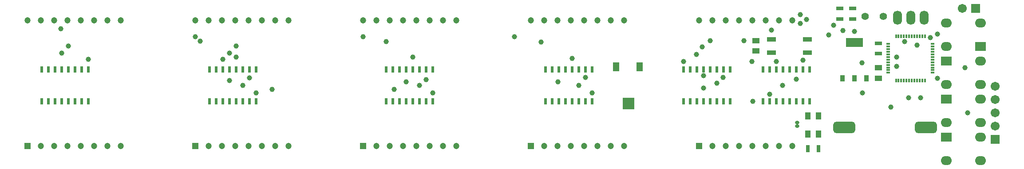
<source format=gts>
G04*
G04 #@! TF.GenerationSoftware,Altium Limited,Altium Designer,19.1.1 (5)*
G04*
G04 Layer_Color=8388736*
%FSTAX24Y24*%
%MOIN*%
G70*
G01*
G75*
%ADD24R,0.0867X0.0867*%
%ADD25R,0.0474X0.0671*%
%ADD26R,0.0237X0.0474*%
%ADD27R,0.0277X0.0151*%
%ADD28R,0.0151X0.0277*%
G04:AMPARAMS|DCode=29|XSize=86.7mil|YSize=165.5mil|CornerRadius=23.7mil|HoleSize=0mil|Usage=FLASHONLY|Rotation=270.000|XOffset=0mil|YOffset=0mil|HoleType=Round|Shape=RoundedRectangle|*
%AMROUNDEDRECTD29*
21,1,0.0867,0.1181,0,0,270.0*
21,1,0.0394,0.1655,0,0,270.0*
1,1,0.0474,-0.0591,-0.0197*
1,1,0.0474,-0.0591,0.0197*
1,1,0.0474,0.0591,0.0197*
1,1,0.0474,0.0591,-0.0197*
%
%ADD29ROUNDEDRECTD29*%
%ADD30R,0.0671X0.0356*%
%ADD31R,0.0395X0.0552*%
%ADD32R,0.0568X0.0316*%
%ADD33R,0.0356X0.0474*%
%ADD34R,0.1261X0.0671*%
%ADD35R,0.0316X0.0568*%
%ADD36R,0.0552X0.0395*%
%ADD37O,0.0828X0.0671*%
%ADD38R,0.0828X0.0671*%
%ADD39C,0.0671*%
%ADD40R,0.0671X0.0671*%
%ADD41C,0.0552*%
%ADD42O,0.0671X0.1064*%
%ADD43O,0.0316X0.0277*%
%ADD44R,0.0474X0.0474*%
%ADD45C,0.0474*%
%ADD46R,0.0671X0.0671*%
%ADD47C,0.0395*%
D24*
X066107Y029244D02*
D03*
D25*
X065177Y031987D02*
D03*
X066967D02*
D03*
D26*
X059887Y029395D02*
D03*
X060387D02*
D03*
X060887D02*
D03*
X061387D02*
D03*
X061887D02*
D03*
X062387D02*
D03*
X062887D02*
D03*
X063387D02*
D03*
X063386Y031791D02*
D03*
X062886D02*
D03*
X062386D02*
D03*
X061886D02*
D03*
X061386D02*
D03*
X060886D02*
D03*
X060386D02*
D03*
X059886D02*
D03*
X047907Y029395D02*
D03*
X048407D02*
D03*
X048907D02*
D03*
X049407D02*
D03*
X049907D02*
D03*
X050407D02*
D03*
X050907D02*
D03*
X051407D02*
D03*
X051406Y031791D02*
D03*
X050906D02*
D03*
X050406D02*
D03*
X049906D02*
D03*
X049406D02*
D03*
X048906D02*
D03*
X048406D02*
D03*
X047906D02*
D03*
X034657Y029395D02*
D03*
X035157D02*
D03*
X035657D02*
D03*
X036157D02*
D03*
X036657D02*
D03*
X037157D02*
D03*
X037657D02*
D03*
X038157D02*
D03*
X038156Y031791D02*
D03*
X037656D02*
D03*
X037156D02*
D03*
X036656D02*
D03*
X036156D02*
D03*
X035656D02*
D03*
X035156D02*
D03*
X034656D02*
D03*
X022057Y029395D02*
D03*
X022557D02*
D03*
X023057D02*
D03*
X023557D02*
D03*
X024057D02*
D03*
X024557D02*
D03*
X025057D02*
D03*
X025557D02*
D03*
X025556Y031791D02*
D03*
X025056D02*
D03*
X024556D02*
D03*
X024056D02*
D03*
X023556D02*
D03*
X023056D02*
D03*
X022556D02*
D03*
X022056D02*
D03*
X070238Y029395D02*
D03*
X070738D02*
D03*
X071238D02*
D03*
X071738D02*
D03*
X072238D02*
D03*
X072738D02*
D03*
X073238D02*
D03*
X073738D02*
D03*
X073737Y031791D02*
D03*
X073237D02*
D03*
X072737D02*
D03*
X072237D02*
D03*
X071737D02*
D03*
X071237D02*
D03*
X070737D02*
D03*
X070237D02*
D03*
X076207Y029395D02*
D03*
X076707D02*
D03*
X077207D02*
D03*
X077707D02*
D03*
X078207D02*
D03*
X078707D02*
D03*
X079207D02*
D03*
X079707D02*
D03*
X079706Y031791D02*
D03*
X079206D02*
D03*
X078706D02*
D03*
X078206D02*
D03*
X077706D02*
D03*
X077206D02*
D03*
X076706D02*
D03*
X076206D02*
D03*
D27*
X085613Y031558D02*
D03*
Y031755D02*
D03*
Y031952D02*
D03*
Y032148D02*
D03*
Y032345D02*
D03*
Y032542D02*
D03*
Y032739D02*
D03*
Y032936D02*
D03*
Y033133D02*
D03*
Y03333D02*
D03*
Y033526D02*
D03*
Y033723D02*
D03*
X08896D02*
D03*
Y033526D02*
D03*
Y03333D02*
D03*
Y033133D02*
D03*
Y032936D02*
D03*
Y032739D02*
D03*
Y032542D02*
D03*
Y032345D02*
D03*
Y032148D02*
D03*
Y031952D02*
D03*
Y031755D02*
D03*
Y031558D02*
D03*
D28*
X086204Y034314D02*
D03*
X086401D02*
D03*
X086598D02*
D03*
X086794D02*
D03*
X086991D02*
D03*
X087188D02*
D03*
X087385D02*
D03*
X087582D02*
D03*
X087779D02*
D03*
X087976D02*
D03*
X088172D02*
D03*
X088369D02*
D03*
Y030967D02*
D03*
X088172D02*
D03*
X087976D02*
D03*
X087779D02*
D03*
X087582D02*
D03*
X087385D02*
D03*
X087188D02*
D03*
X086991D02*
D03*
X086794D02*
D03*
X086598D02*
D03*
X086401D02*
D03*
X086204D02*
D03*
D29*
X088457Y027441D02*
D03*
X082316D02*
D03*
D30*
X076868Y03306D02*
D03*
Y034054D02*
D03*
X079545Y034064D02*
D03*
Y03306D02*
D03*
D31*
X08038Y026941D02*
D03*
X079593D02*
D03*
Y028286D02*
D03*
X08038D02*
D03*
D32*
X082949Y035609D02*
D03*
Y036396D02*
D03*
X081987D02*
D03*
Y035609D02*
D03*
X084887Y033778D02*
D03*
Y032991D02*
D03*
D33*
X082181Y031122D02*
D03*
X083087Y031132D02*
D03*
X084002D02*
D03*
D34*
X083087Y033819D02*
D03*
D35*
X08038Y025845D02*
D03*
X079593D02*
D03*
D36*
X075687Y033984D02*
D03*
Y033197D02*
D03*
X084887Y031147D02*
D03*
Y031934D02*
D03*
D37*
X092556Y026712D02*
D03*
Y024941D02*
D03*
X089997D02*
D03*
Y027791D02*
D03*
X092556D02*
D03*
Y029562D02*
D03*
X089997Y030669D02*
D03*
X092556D02*
D03*
Y032441D02*
D03*
Y035298D02*
D03*
X089997D02*
D03*
Y033526D02*
D03*
D38*
Y026712D02*
D03*
Y029562D02*
D03*
Y032441D02*
D03*
X092556Y033526D02*
D03*
D39*
X091187Y036396D02*
D03*
X093652Y029541D02*
D03*
Y028541D02*
D03*
Y027541D02*
D03*
Y030541D02*
D03*
D40*
X092187Y036396D02*
D03*
D41*
X083898Y035791D02*
D03*
X085237D02*
D03*
D42*
X088334Y035687D02*
D03*
X087334D02*
D03*
X086334D02*
D03*
D43*
X078784Y027816D02*
D03*
Y027541D02*
D03*
D44*
X071417Y026046D02*
D03*
X033587Y026042D02*
D03*
X058787D02*
D03*
X046187D02*
D03*
X020987D02*
D03*
D45*
X072417Y026046D02*
D03*
X073417D02*
D03*
X074417D02*
D03*
X075417D02*
D03*
X076417D02*
D03*
X077417D02*
D03*
X078417D02*
D03*
Y035495D02*
D03*
X077417D02*
D03*
X076417D02*
D03*
X075417D02*
D03*
X074417D02*
D03*
X073417D02*
D03*
X072417D02*
D03*
X071417D02*
D03*
X033587Y035491D02*
D03*
X034587D02*
D03*
X035587D02*
D03*
X036587D02*
D03*
X037587D02*
D03*
X038587D02*
D03*
X039587D02*
D03*
X040587D02*
D03*
Y026042D02*
D03*
X039587D02*
D03*
X038587D02*
D03*
X037587D02*
D03*
X036587D02*
D03*
X035587D02*
D03*
X034587D02*
D03*
X058787Y035491D02*
D03*
X059787D02*
D03*
X060787D02*
D03*
X061787D02*
D03*
X062787D02*
D03*
X063787D02*
D03*
X064787D02*
D03*
X065787D02*
D03*
Y026042D02*
D03*
X064787D02*
D03*
X063787D02*
D03*
X062787D02*
D03*
X061787D02*
D03*
X060787D02*
D03*
X059787D02*
D03*
X046187Y035491D02*
D03*
X047187D02*
D03*
X048187D02*
D03*
X049187D02*
D03*
X050187D02*
D03*
X051187D02*
D03*
X052187D02*
D03*
X053187D02*
D03*
Y026042D02*
D03*
X052187D02*
D03*
X051187D02*
D03*
X050187D02*
D03*
X049187D02*
D03*
X048187D02*
D03*
X047187D02*
D03*
X020987Y035491D02*
D03*
X021987D02*
D03*
X022987D02*
D03*
X023987D02*
D03*
X024987D02*
D03*
X025987D02*
D03*
X026987D02*
D03*
X027987D02*
D03*
Y026042D02*
D03*
X026987D02*
D03*
X025987D02*
D03*
X024987D02*
D03*
X023987D02*
D03*
X022987D02*
D03*
X021987D02*
D03*
D46*
X093652Y026541D02*
D03*
D47*
X037666Y031162D02*
D03*
X07545Y029405D02*
D03*
X088039Y029685D02*
D03*
X075387Y032401D02*
D03*
X083673Y030022D02*
D03*
X083652Y032293D02*
D03*
X083091Y034685D02*
D03*
X081152Y034412D02*
D03*
X071659Y033486D02*
D03*
X074785Y033984D02*
D03*
X089308Y031147D02*
D03*
X087777Y033623D02*
D03*
X089308Y034481D02*
D03*
X088788Y034215D02*
D03*
X086847Y033896D02*
D03*
X091594Y028541D02*
D03*
X085807Y028967D02*
D03*
X086252Y032739D02*
D03*
X087146Y029685D02*
D03*
X036156Y030954D02*
D03*
X072748Y030778D02*
D03*
X071737Y030413D02*
D03*
X073232Y031201D02*
D03*
X07722Y032401D02*
D03*
X062886Y031201D02*
D03*
X035656Y032581D02*
D03*
X025556Y032581D02*
D03*
X023556Y03304D02*
D03*
X063387Y030031D02*
D03*
X051407D02*
D03*
X049414Y030881D02*
D03*
X078708Y031063D02*
D03*
X077694Y030611D02*
D03*
X076868Y034764D02*
D03*
X082231Y034751D02*
D03*
X081528Y035129D02*
D03*
X079206Y032498D02*
D03*
X079019Y035951D02*
D03*
X023478Y034881D02*
D03*
X086252Y032047D02*
D03*
X046187Y034261D02*
D03*
X059557Y033885D02*
D03*
X061886Y032639D02*
D03*
X057557Y034261D02*
D03*
X071217Y032941D02*
D03*
X036656Y032741D02*
D03*
X049906D02*
D03*
X024056Y033581D02*
D03*
X036656D02*
D03*
X037156Y030591D02*
D03*
X050906Y031041D02*
D03*
X036156Y033041D02*
D03*
X060807Y030871D02*
D03*
X071737Y031321D02*
D03*
X070237Y032401D02*
D03*
X079017Y035271D02*
D03*
X091377Y031931D02*
D03*
X079477Y035581D02*
D03*
X076707Y029921D02*
D03*
X072237Y033981D02*
D03*
X033967Y033921D02*
D03*
X047907Y033911D02*
D03*
X048527Y030311D02*
D03*
X039357D02*
D03*
X038157Y030031D02*
D03*
X062386Y030591D02*
D03*
X050406D02*
D03*
X033587Y034261D02*
D03*
M02*

</source>
